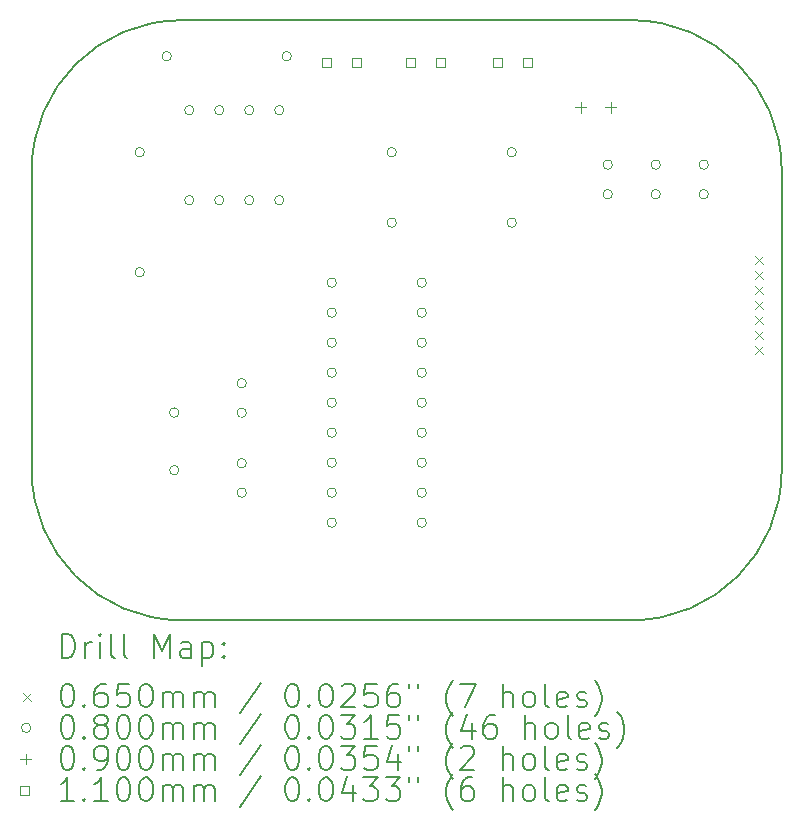
<source format=gbr>
%TF.GenerationSoftware,KiCad,Pcbnew,7.0.8*%
%TF.CreationDate,2023-10-19T16:09:35-04:00*%
%TF.ProjectId,CAN-Board-V1,43414e2d-426f-4617-9264-2d56312e6b69,rev?*%
%TF.SameCoordinates,Original*%
%TF.FileFunction,Drillmap*%
%TF.FilePolarity,Positive*%
%FSLAX45Y45*%
G04 Gerber Fmt 4.5, Leading zero omitted, Abs format (unit mm)*
G04 Created by KiCad (PCBNEW 7.0.8) date 2023-10-19 16:09:35*
%MOMM*%
%LPD*%
G01*
G04 APERTURE LIST*
%ADD10C,0.150000*%
%ADD11C,0.200000*%
%ADD12C,0.065000*%
%ADD13C,0.080000*%
%ADD14C,0.090000*%
%ADD15C,0.110000*%
G04 APERTURE END LIST*
D10*
X8890000Y-3810000D02*
X12700000Y-3810000D01*
X13970000Y-5080000D02*
X13970000Y-7620000D01*
X12700000Y-8890000D02*
X8890000Y-8890000D01*
X7620000Y-7620000D02*
X7620000Y-5080000D01*
X12700000Y-8890000D02*
G75*
G03*
X13970000Y-7620000I0J1270000D01*
G01*
X8890000Y-3810000D02*
G75*
G03*
X7620000Y-5080000I0J-1270000D01*
G01*
X13970000Y-5080000D02*
G75*
G03*
X12700000Y-3810000I-1270000J0D01*
G01*
X7620000Y-7620000D02*
G75*
G03*
X8890000Y-8890000I1270000J0D01*
G01*
D11*
D12*
X13747000Y-5809500D02*
X13812000Y-5874500D01*
X13812000Y-5809500D02*
X13747000Y-5874500D01*
X13747000Y-5936500D02*
X13812000Y-6001500D01*
X13812000Y-5936500D02*
X13747000Y-6001500D01*
X13747000Y-6063500D02*
X13812000Y-6128500D01*
X13812000Y-6063500D02*
X13747000Y-6128500D01*
X13747000Y-6190500D02*
X13812000Y-6255500D01*
X13812000Y-6190500D02*
X13747000Y-6255500D01*
X13747000Y-6317500D02*
X13812000Y-6382500D01*
X13812000Y-6317500D02*
X13747000Y-6382500D01*
X13747000Y-6444500D02*
X13812000Y-6509500D01*
X13812000Y-6444500D02*
X13747000Y-6509500D01*
X13747000Y-6571500D02*
X13812000Y-6636500D01*
X13812000Y-6571500D02*
X13747000Y-6636500D01*
D13*
X8574400Y-4927600D02*
G75*
G03*
X8574400Y-4927600I-40000J0D01*
G01*
X8574400Y-5943600D02*
G75*
G03*
X8574400Y-5943600I-40000J0D01*
G01*
X8803000Y-4114800D02*
G75*
G03*
X8803000Y-4114800I-40000J0D01*
G01*
X8866500Y-7132000D02*
G75*
G03*
X8866500Y-7132000I-40000J0D01*
G01*
X8866500Y-7620000D02*
G75*
G03*
X8866500Y-7620000I-40000J0D01*
G01*
X8993500Y-4572000D02*
G75*
G03*
X8993500Y-4572000I-40000J0D01*
G01*
X8993500Y-5334000D02*
G75*
G03*
X8993500Y-5334000I-40000J0D01*
G01*
X9247500Y-4572000D02*
G75*
G03*
X9247500Y-4572000I-40000J0D01*
G01*
X9247500Y-5334000D02*
G75*
G03*
X9247500Y-5334000I-40000J0D01*
G01*
X9438000Y-6883400D02*
G75*
G03*
X9438000Y-6883400I-40000J0D01*
G01*
X9438000Y-7133400D02*
G75*
G03*
X9438000Y-7133400I-40000J0D01*
G01*
X9438000Y-7560500D02*
G75*
G03*
X9438000Y-7560500I-40000J0D01*
G01*
X9438000Y-7810500D02*
G75*
G03*
X9438000Y-7810500I-40000J0D01*
G01*
X9501500Y-4572000D02*
G75*
G03*
X9501500Y-4572000I-40000J0D01*
G01*
X9501500Y-5334000D02*
G75*
G03*
X9501500Y-5334000I-40000J0D01*
G01*
X9755500Y-4572000D02*
G75*
G03*
X9755500Y-4572000I-40000J0D01*
G01*
X9755500Y-5334000D02*
G75*
G03*
X9755500Y-5334000I-40000J0D01*
G01*
X9819000Y-4114800D02*
G75*
G03*
X9819000Y-4114800I-40000J0D01*
G01*
X10200000Y-6032500D02*
G75*
G03*
X10200000Y-6032500I-40000J0D01*
G01*
X10200000Y-6286500D02*
G75*
G03*
X10200000Y-6286500I-40000J0D01*
G01*
X10200000Y-6540500D02*
G75*
G03*
X10200000Y-6540500I-40000J0D01*
G01*
X10200000Y-6794500D02*
G75*
G03*
X10200000Y-6794500I-40000J0D01*
G01*
X10200000Y-7048500D02*
G75*
G03*
X10200000Y-7048500I-40000J0D01*
G01*
X10200000Y-7302500D02*
G75*
G03*
X10200000Y-7302500I-40000J0D01*
G01*
X10200000Y-7556500D02*
G75*
G03*
X10200000Y-7556500I-40000J0D01*
G01*
X10200000Y-7810500D02*
G75*
G03*
X10200000Y-7810500I-40000J0D01*
G01*
X10200000Y-8064500D02*
G75*
G03*
X10200000Y-8064500I-40000J0D01*
G01*
X10708000Y-4927600D02*
G75*
G03*
X10708000Y-4927600I-40000J0D01*
G01*
X10708000Y-5524500D02*
G75*
G03*
X10708000Y-5524500I-40000J0D01*
G01*
X10962000Y-6032500D02*
G75*
G03*
X10962000Y-6032500I-40000J0D01*
G01*
X10962000Y-6286500D02*
G75*
G03*
X10962000Y-6286500I-40000J0D01*
G01*
X10962000Y-6540500D02*
G75*
G03*
X10962000Y-6540500I-40000J0D01*
G01*
X10962000Y-6794500D02*
G75*
G03*
X10962000Y-6794500I-40000J0D01*
G01*
X10962000Y-7048500D02*
G75*
G03*
X10962000Y-7048500I-40000J0D01*
G01*
X10962000Y-7302500D02*
G75*
G03*
X10962000Y-7302500I-40000J0D01*
G01*
X10962000Y-7556500D02*
G75*
G03*
X10962000Y-7556500I-40000J0D01*
G01*
X10962000Y-7810500D02*
G75*
G03*
X10962000Y-7810500I-40000J0D01*
G01*
X10962000Y-8064500D02*
G75*
G03*
X10962000Y-8064500I-40000J0D01*
G01*
X11724000Y-4927600D02*
G75*
G03*
X11724000Y-4927600I-40000J0D01*
G01*
X11724000Y-5524500D02*
G75*
G03*
X11724000Y-5524500I-40000J0D01*
G01*
X12536800Y-5033200D02*
G75*
G03*
X12536800Y-5033200I-40000J0D01*
G01*
X12536800Y-5283200D02*
G75*
G03*
X12536800Y-5283200I-40000J0D01*
G01*
X12943200Y-5033200D02*
G75*
G03*
X12943200Y-5033200I-40000J0D01*
G01*
X12943200Y-5283200D02*
G75*
G03*
X12943200Y-5283200I-40000J0D01*
G01*
X13349600Y-5033200D02*
G75*
G03*
X13349600Y-5033200I-40000J0D01*
G01*
X13349600Y-5283200D02*
G75*
G03*
X13349600Y-5283200I-40000J0D01*
G01*
D14*
X12268200Y-4501600D02*
X12268200Y-4591600D01*
X12223200Y-4546600D02*
X12313200Y-4546600D01*
X12522200Y-4501600D02*
X12522200Y-4591600D01*
X12477200Y-4546600D02*
X12567200Y-4546600D01*
D15*
X10153171Y-4204491D02*
X10153171Y-4126709D01*
X10075389Y-4126709D01*
X10075389Y-4204491D01*
X10153171Y-4204491D01*
X10407171Y-4204491D02*
X10407171Y-4126709D01*
X10329389Y-4126709D01*
X10329389Y-4204491D01*
X10407171Y-4204491D01*
X10864371Y-4204491D02*
X10864371Y-4126709D01*
X10786589Y-4126709D01*
X10786589Y-4204491D01*
X10864371Y-4204491D01*
X11118371Y-4204491D02*
X11118371Y-4126709D01*
X11040589Y-4126709D01*
X11040589Y-4204491D01*
X11118371Y-4204491D01*
X11600971Y-4204491D02*
X11600971Y-4126709D01*
X11523189Y-4126709D01*
X11523189Y-4204491D01*
X11600971Y-4204491D01*
X11854971Y-4204491D02*
X11854971Y-4126709D01*
X11777189Y-4126709D01*
X11777189Y-4204491D01*
X11854971Y-4204491D01*
D11*
X7873277Y-9208984D02*
X7873277Y-9008984D01*
X7873277Y-9008984D02*
X7920896Y-9008984D01*
X7920896Y-9008984D02*
X7949467Y-9018508D01*
X7949467Y-9018508D02*
X7968515Y-9037555D01*
X7968515Y-9037555D02*
X7978039Y-9056603D01*
X7978039Y-9056603D02*
X7987562Y-9094698D01*
X7987562Y-9094698D02*
X7987562Y-9123270D01*
X7987562Y-9123270D02*
X7978039Y-9161365D01*
X7978039Y-9161365D02*
X7968515Y-9180412D01*
X7968515Y-9180412D02*
X7949467Y-9199460D01*
X7949467Y-9199460D02*
X7920896Y-9208984D01*
X7920896Y-9208984D02*
X7873277Y-9208984D01*
X8073277Y-9208984D02*
X8073277Y-9075650D01*
X8073277Y-9113746D02*
X8082801Y-9094698D01*
X8082801Y-9094698D02*
X8092324Y-9085174D01*
X8092324Y-9085174D02*
X8111372Y-9075650D01*
X8111372Y-9075650D02*
X8130420Y-9075650D01*
X8197086Y-9208984D02*
X8197086Y-9075650D01*
X8197086Y-9008984D02*
X8187562Y-9018508D01*
X8187562Y-9018508D02*
X8197086Y-9028031D01*
X8197086Y-9028031D02*
X8206610Y-9018508D01*
X8206610Y-9018508D02*
X8197086Y-9008984D01*
X8197086Y-9008984D02*
X8197086Y-9028031D01*
X8320896Y-9208984D02*
X8301848Y-9199460D01*
X8301848Y-9199460D02*
X8292324Y-9180412D01*
X8292324Y-9180412D02*
X8292324Y-9008984D01*
X8425658Y-9208984D02*
X8406610Y-9199460D01*
X8406610Y-9199460D02*
X8397086Y-9180412D01*
X8397086Y-9180412D02*
X8397086Y-9008984D01*
X8654229Y-9208984D02*
X8654229Y-9008984D01*
X8654229Y-9008984D02*
X8720896Y-9151841D01*
X8720896Y-9151841D02*
X8787563Y-9008984D01*
X8787563Y-9008984D02*
X8787563Y-9208984D01*
X8968515Y-9208984D02*
X8968515Y-9104222D01*
X8968515Y-9104222D02*
X8958991Y-9085174D01*
X8958991Y-9085174D02*
X8939944Y-9075650D01*
X8939944Y-9075650D02*
X8901848Y-9075650D01*
X8901848Y-9075650D02*
X8882801Y-9085174D01*
X8968515Y-9199460D02*
X8949467Y-9208984D01*
X8949467Y-9208984D02*
X8901848Y-9208984D01*
X8901848Y-9208984D02*
X8882801Y-9199460D01*
X8882801Y-9199460D02*
X8873277Y-9180412D01*
X8873277Y-9180412D02*
X8873277Y-9161365D01*
X8873277Y-9161365D02*
X8882801Y-9142317D01*
X8882801Y-9142317D02*
X8901848Y-9132793D01*
X8901848Y-9132793D02*
X8949467Y-9132793D01*
X8949467Y-9132793D02*
X8968515Y-9123270D01*
X9063753Y-9075650D02*
X9063753Y-9275650D01*
X9063753Y-9085174D02*
X9082801Y-9075650D01*
X9082801Y-9075650D02*
X9120896Y-9075650D01*
X9120896Y-9075650D02*
X9139944Y-9085174D01*
X9139944Y-9085174D02*
X9149467Y-9094698D01*
X9149467Y-9094698D02*
X9158991Y-9113746D01*
X9158991Y-9113746D02*
X9158991Y-9170889D01*
X9158991Y-9170889D02*
X9149467Y-9189936D01*
X9149467Y-9189936D02*
X9139944Y-9199460D01*
X9139944Y-9199460D02*
X9120896Y-9208984D01*
X9120896Y-9208984D02*
X9082801Y-9208984D01*
X9082801Y-9208984D02*
X9063753Y-9199460D01*
X9244705Y-9189936D02*
X9254229Y-9199460D01*
X9254229Y-9199460D02*
X9244705Y-9208984D01*
X9244705Y-9208984D02*
X9235182Y-9199460D01*
X9235182Y-9199460D02*
X9244705Y-9189936D01*
X9244705Y-9189936D02*
X9244705Y-9208984D01*
X9244705Y-9085174D02*
X9254229Y-9094698D01*
X9254229Y-9094698D02*
X9244705Y-9104222D01*
X9244705Y-9104222D02*
X9235182Y-9094698D01*
X9235182Y-9094698D02*
X9244705Y-9085174D01*
X9244705Y-9085174D02*
X9244705Y-9104222D01*
D12*
X7547500Y-9505000D02*
X7612500Y-9570000D01*
X7612500Y-9505000D02*
X7547500Y-9570000D01*
D11*
X7911372Y-9428984D02*
X7930420Y-9428984D01*
X7930420Y-9428984D02*
X7949467Y-9438508D01*
X7949467Y-9438508D02*
X7958991Y-9448031D01*
X7958991Y-9448031D02*
X7968515Y-9467079D01*
X7968515Y-9467079D02*
X7978039Y-9505174D01*
X7978039Y-9505174D02*
X7978039Y-9552793D01*
X7978039Y-9552793D02*
X7968515Y-9590889D01*
X7968515Y-9590889D02*
X7958991Y-9609936D01*
X7958991Y-9609936D02*
X7949467Y-9619460D01*
X7949467Y-9619460D02*
X7930420Y-9628984D01*
X7930420Y-9628984D02*
X7911372Y-9628984D01*
X7911372Y-9628984D02*
X7892324Y-9619460D01*
X7892324Y-9619460D02*
X7882801Y-9609936D01*
X7882801Y-9609936D02*
X7873277Y-9590889D01*
X7873277Y-9590889D02*
X7863753Y-9552793D01*
X7863753Y-9552793D02*
X7863753Y-9505174D01*
X7863753Y-9505174D02*
X7873277Y-9467079D01*
X7873277Y-9467079D02*
X7882801Y-9448031D01*
X7882801Y-9448031D02*
X7892324Y-9438508D01*
X7892324Y-9438508D02*
X7911372Y-9428984D01*
X8063753Y-9609936D02*
X8073277Y-9619460D01*
X8073277Y-9619460D02*
X8063753Y-9628984D01*
X8063753Y-9628984D02*
X8054229Y-9619460D01*
X8054229Y-9619460D02*
X8063753Y-9609936D01*
X8063753Y-9609936D02*
X8063753Y-9628984D01*
X8244705Y-9428984D02*
X8206610Y-9428984D01*
X8206610Y-9428984D02*
X8187562Y-9438508D01*
X8187562Y-9438508D02*
X8178039Y-9448031D01*
X8178039Y-9448031D02*
X8158991Y-9476603D01*
X8158991Y-9476603D02*
X8149467Y-9514698D01*
X8149467Y-9514698D02*
X8149467Y-9590889D01*
X8149467Y-9590889D02*
X8158991Y-9609936D01*
X8158991Y-9609936D02*
X8168515Y-9619460D01*
X8168515Y-9619460D02*
X8187562Y-9628984D01*
X8187562Y-9628984D02*
X8225658Y-9628984D01*
X8225658Y-9628984D02*
X8244705Y-9619460D01*
X8244705Y-9619460D02*
X8254229Y-9609936D01*
X8254229Y-9609936D02*
X8263753Y-9590889D01*
X8263753Y-9590889D02*
X8263753Y-9543270D01*
X8263753Y-9543270D02*
X8254229Y-9524222D01*
X8254229Y-9524222D02*
X8244705Y-9514698D01*
X8244705Y-9514698D02*
X8225658Y-9505174D01*
X8225658Y-9505174D02*
X8187562Y-9505174D01*
X8187562Y-9505174D02*
X8168515Y-9514698D01*
X8168515Y-9514698D02*
X8158991Y-9524222D01*
X8158991Y-9524222D02*
X8149467Y-9543270D01*
X8444705Y-9428984D02*
X8349467Y-9428984D01*
X8349467Y-9428984D02*
X8339943Y-9524222D01*
X8339943Y-9524222D02*
X8349467Y-9514698D01*
X8349467Y-9514698D02*
X8368515Y-9505174D01*
X8368515Y-9505174D02*
X8416134Y-9505174D01*
X8416134Y-9505174D02*
X8435182Y-9514698D01*
X8435182Y-9514698D02*
X8444705Y-9524222D01*
X8444705Y-9524222D02*
X8454229Y-9543270D01*
X8454229Y-9543270D02*
X8454229Y-9590889D01*
X8454229Y-9590889D02*
X8444705Y-9609936D01*
X8444705Y-9609936D02*
X8435182Y-9619460D01*
X8435182Y-9619460D02*
X8416134Y-9628984D01*
X8416134Y-9628984D02*
X8368515Y-9628984D01*
X8368515Y-9628984D02*
X8349467Y-9619460D01*
X8349467Y-9619460D02*
X8339943Y-9609936D01*
X8578039Y-9428984D02*
X8597086Y-9428984D01*
X8597086Y-9428984D02*
X8616134Y-9438508D01*
X8616134Y-9438508D02*
X8625658Y-9448031D01*
X8625658Y-9448031D02*
X8635182Y-9467079D01*
X8635182Y-9467079D02*
X8644705Y-9505174D01*
X8644705Y-9505174D02*
X8644705Y-9552793D01*
X8644705Y-9552793D02*
X8635182Y-9590889D01*
X8635182Y-9590889D02*
X8625658Y-9609936D01*
X8625658Y-9609936D02*
X8616134Y-9619460D01*
X8616134Y-9619460D02*
X8597086Y-9628984D01*
X8597086Y-9628984D02*
X8578039Y-9628984D01*
X8578039Y-9628984D02*
X8558991Y-9619460D01*
X8558991Y-9619460D02*
X8549467Y-9609936D01*
X8549467Y-9609936D02*
X8539944Y-9590889D01*
X8539944Y-9590889D02*
X8530420Y-9552793D01*
X8530420Y-9552793D02*
X8530420Y-9505174D01*
X8530420Y-9505174D02*
X8539944Y-9467079D01*
X8539944Y-9467079D02*
X8549467Y-9448031D01*
X8549467Y-9448031D02*
X8558991Y-9438508D01*
X8558991Y-9438508D02*
X8578039Y-9428984D01*
X8730420Y-9628984D02*
X8730420Y-9495650D01*
X8730420Y-9514698D02*
X8739944Y-9505174D01*
X8739944Y-9505174D02*
X8758991Y-9495650D01*
X8758991Y-9495650D02*
X8787563Y-9495650D01*
X8787563Y-9495650D02*
X8806610Y-9505174D01*
X8806610Y-9505174D02*
X8816134Y-9524222D01*
X8816134Y-9524222D02*
X8816134Y-9628984D01*
X8816134Y-9524222D02*
X8825658Y-9505174D01*
X8825658Y-9505174D02*
X8844705Y-9495650D01*
X8844705Y-9495650D02*
X8873277Y-9495650D01*
X8873277Y-9495650D02*
X8892325Y-9505174D01*
X8892325Y-9505174D02*
X8901848Y-9524222D01*
X8901848Y-9524222D02*
X8901848Y-9628984D01*
X8997086Y-9628984D02*
X8997086Y-9495650D01*
X8997086Y-9514698D02*
X9006610Y-9505174D01*
X9006610Y-9505174D02*
X9025658Y-9495650D01*
X9025658Y-9495650D02*
X9054229Y-9495650D01*
X9054229Y-9495650D02*
X9073277Y-9505174D01*
X9073277Y-9505174D02*
X9082801Y-9524222D01*
X9082801Y-9524222D02*
X9082801Y-9628984D01*
X9082801Y-9524222D02*
X9092325Y-9505174D01*
X9092325Y-9505174D02*
X9111372Y-9495650D01*
X9111372Y-9495650D02*
X9139944Y-9495650D01*
X9139944Y-9495650D02*
X9158991Y-9505174D01*
X9158991Y-9505174D02*
X9168515Y-9524222D01*
X9168515Y-9524222D02*
X9168515Y-9628984D01*
X9558991Y-9419460D02*
X9387563Y-9676603D01*
X9816134Y-9428984D02*
X9835182Y-9428984D01*
X9835182Y-9428984D02*
X9854229Y-9438508D01*
X9854229Y-9438508D02*
X9863753Y-9448031D01*
X9863753Y-9448031D02*
X9873277Y-9467079D01*
X9873277Y-9467079D02*
X9882801Y-9505174D01*
X9882801Y-9505174D02*
X9882801Y-9552793D01*
X9882801Y-9552793D02*
X9873277Y-9590889D01*
X9873277Y-9590889D02*
X9863753Y-9609936D01*
X9863753Y-9609936D02*
X9854229Y-9619460D01*
X9854229Y-9619460D02*
X9835182Y-9628984D01*
X9835182Y-9628984D02*
X9816134Y-9628984D01*
X9816134Y-9628984D02*
X9797087Y-9619460D01*
X9797087Y-9619460D02*
X9787563Y-9609936D01*
X9787563Y-9609936D02*
X9778039Y-9590889D01*
X9778039Y-9590889D02*
X9768515Y-9552793D01*
X9768515Y-9552793D02*
X9768515Y-9505174D01*
X9768515Y-9505174D02*
X9778039Y-9467079D01*
X9778039Y-9467079D02*
X9787563Y-9448031D01*
X9787563Y-9448031D02*
X9797087Y-9438508D01*
X9797087Y-9438508D02*
X9816134Y-9428984D01*
X9968515Y-9609936D02*
X9978039Y-9619460D01*
X9978039Y-9619460D02*
X9968515Y-9628984D01*
X9968515Y-9628984D02*
X9958991Y-9619460D01*
X9958991Y-9619460D02*
X9968515Y-9609936D01*
X9968515Y-9609936D02*
X9968515Y-9628984D01*
X10101848Y-9428984D02*
X10120896Y-9428984D01*
X10120896Y-9428984D02*
X10139944Y-9438508D01*
X10139944Y-9438508D02*
X10149468Y-9448031D01*
X10149468Y-9448031D02*
X10158991Y-9467079D01*
X10158991Y-9467079D02*
X10168515Y-9505174D01*
X10168515Y-9505174D02*
X10168515Y-9552793D01*
X10168515Y-9552793D02*
X10158991Y-9590889D01*
X10158991Y-9590889D02*
X10149468Y-9609936D01*
X10149468Y-9609936D02*
X10139944Y-9619460D01*
X10139944Y-9619460D02*
X10120896Y-9628984D01*
X10120896Y-9628984D02*
X10101848Y-9628984D01*
X10101848Y-9628984D02*
X10082801Y-9619460D01*
X10082801Y-9619460D02*
X10073277Y-9609936D01*
X10073277Y-9609936D02*
X10063753Y-9590889D01*
X10063753Y-9590889D02*
X10054229Y-9552793D01*
X10054229Y-9552793D02*
X10054229Y-9505174D01*
X10054229Y-9505174D02*
X10063753Y-9467079D01*
X10063753Y-9467079D02*
X10073277Y-9448031D01*
X10073277Y-9448031D02*
X10082801Y-9438508D01*
X10082801Y-9438508D02*
X10101848Y-9428984D01*
X10244706Y-9448031D02*
X10254229Y-9438508D01*
X10254229Y-9438508D02*
X10273277Y-9428984D01*
X10273277Y-9428984D02*
X10320896Y-9428984D01*
X10320896Y-9428984D02*
X10339944Y-9438508D01*
X10339944Y-9438508D02*
X10349468Y-9448031D01*
X10349468Y-9448031D02*
X10358991Y-9467079D01*
X10358991Y-9467079D02*
X10358991Y-9486127D01*
X10358991Y-9486127D02*
X10349468Y-9514698D01*
X10349468Y-9514698D02*
X10235182Y-9628984D01*
X10235182Y-9628984D02*
X10358991Y-9628984D01*
X10539944Y-9428984D02*
X10444706Y-9428984D01*
X10444706Y-9428984D02*
X10435182Y-9524222D01*
X10435182Y-9524222D02*
X10444706Y-9514698D01*
X10444706Y-9514698D02*
X10463753Y-9505174D01*
X10463753Y-9505174D02*
X10511372Y-9505174D01*
X10511372Y-9505174D02*
X10530420Y-9514698D01*
X10530420Y-9514698D02*
X10539944Y-9524222D01*
X10539944Y-9524222D02*
X10549468Y-9543270D01*
X10549468Y-9543270D02*
X10549468Y-9590889D01*
X10549468Y-9590889D02*
X10539944Y-9609936D01*
X10539944Y-9609936D02*
X10530420Y-9619460D01*
X10530420Y-9619460D02*
X10511372Y-9628984D01*
X10511372Y-9628984D02*
X10463753Y-9628984D01*
X10463753Y-9628984D02*
X10444706Y-9619460D01*
X10444706Y-9619460D02*
X10435182Y-9609936D01*
X10720896Y-9428984D02*
X10682801Y-9428984D01*
X10682801Y-9428984D02*
X10663753Y-9438508D01*
X10663753Y-9438508D02*
X10654229Y-9448031D01*
X10654229Y-9448031D02*
X10635182Y-9476603D01*
X10635182Y-9476603D02*
X10625658Y-9514698D01*
X10625658Y-9514698D02*
X10625658Y-9590889D01*
X10625658Y-9590889D02*
X10635182Y-9609936D01*
X10635182Y-9609936D02*
X10644706Y-9619460D01*
X10644706Y-9619460D02*
X10663753Y-9628984D01*
X10663753Y-9628984D02*
X10701849Y-9628984D01*
X10701849Y-9628984D02*
X10720896Y-9619460D01*
X10720896Y-9619460D02*
X10730420Y-9609936D01*
X10730420Y-9609936D02*
X10739944Y-9590889D01*
X10739944Y-9590889D02*
X10739944Y-9543270D01*
X10739944Y-9543270D02*
X10730420Y-9524222D01*
X10730420Y-9524222D02*
X10720896Y-9514698D01*
X10720896Y-9514698D02*
X10701849Y-9505174D01*
X10701849Y-9505174D02*
X10663753Y-9505174D01*
X10663753Y-9505174D02*
X10644706Y-9514698D01*
X10644706Y-9514698D02*
X10635182Y-9524222D01*
X10635182Y-9524222D02*
X10625658Y-9543270D01*
X10816134Y-9428984D02*
X10816134Y-9467079D01*
X10892325Y-9428984D02*
X10892325Y-9467079D01*
X11187563Y-9705174D02*
X11178039Y-9695650D01*
X11178039Y-9695650D02*
X11158991Y-9667079D01*
X11158991Y-9667079D02*
X11149468Y-9648031D01*
X11149468Y-9648031D02*
X11139944Y-9619460D01*
X11139944Y-9619460D02*
X11130420Y-9571841D01*
X11130420Y-9571841D02*
X11130420Y-9533746D01*
X11130420Y-9533746D02*
X11139944Y-9486127D01*
X11139944Y-9486127D02*
X11149468Y-9457555D01*
X11149468Y-9457555D02*
X11158991Y-9438508D01*
X11158991Y-9438508D02*
X11178039Y-9409936D01*
X11178039Y-9409936D02*
X11187563Y-9400412D01*
X11244706Y-9428984D02*
X11378039Y-9428984D01*
X11378039Y-9428984D02*
X11292325Y-9628984D01*
X11606610Y-9628984D02*
X11606610Y-9428984D01*
X11692325Y-9628984D02*
X11692325Y-9524222D01*
X11692325Y-9524222D02*
X11682801Y-9505174D01*
X11682801Y-9505174D02*
X11663753Y-9495650D01*
X11663753Y-9495650D02*
X11635182Y-9495650D01*
X11635182Y-9495650D02*
X11616134Y-9505174D01*
X11616134Y-9505174D02*
X11606610Y-9514698D01*
X11816134Y-9628984D02*
X11797087Y-9619460D01*
X11797087Y-9619460D02*
X11787563Y-9609936D01*
X11787563Y-9609936D02*
X11778039Y-9590889D01*
X11778039Y-9590889D02*
X11778039Y-9533746D01*
X11778039Y-9533746D02*
X11787563Y-9514698D01*
X11787563Y-9514698D02*
X11797087Y-9505174D01*
X11797087Y-9505174D02*
X11816134Y-9495650D01*
X11816134Y-9495650D02*
X11844706Y-9495650D01*
X11844706Y-9495650D02*
X11863753Y-9505174D01*
X11863753Y-9505174D02*
X11873277Y-9514698D01*
X11873277Y-9514698D02*
X11882801Y-9533746D01*
X11882801Y-9533746D02*
X11882801Y-9590889D01*
X11882801Y-9590889D02*
X11873277Y-9609936D01*
X11873277Y-9609936D02*
X11863753Y-9619460D01*
X11863753Y-9619460D02*
X11844706Y-9628984D01*
X11844706Y-9628984D02*
X11816134Y-9628984D01*
X11997087Y-9628984D02*
X11978039Y-9619460D01*
X11978039Y-9619460D02*
X11968515Y-9600412D01*
X11968515Y-9600412D02*
X11968515Y-9428984D01*
X12149468Y-9619460D02*
X12130420Y-9628984D01*
X12130420Y-9628984D02*
X12092325Y-9628984D01*
X12092325Y-9628984D02*
X12073277Y-9619460D01*
X12073277Y-9619460D02*
X12063753Y-9600412D01*
X12063753Y-9600412D02*
X12063753Y-9524222D01*
X12063753Y-9524222D02*
X12073277Y-9505174D01*
X12073277Y-9505174D02*
X12092325Y-9495650D01*
X12092325Y-9495650D02*
X12130420Y-9495650D01*
X12130420Y-9495650D02*
X12149468Y-9505174D01*
X12149468Y-9505174D02*
X12158991Y-9524222D01*
X12158991Y-9524222D02*
X12158991Y-9543270D01*
X12158991Y-9543270D02*
X12063753Y-9562317D01*
X12235182Y-9619460D02*
X12254230Y-9628984D01*
X12254230Y-9628984D02*
X12292325Y-9628984D01*
X12292325Y-9628984D02*
X12311372Y-9619460D01*
X12311372Y-9619460D02*
X12320896Y-9600412D01*
X12320896Y-9600412D02*
X12320896Y-9590889D01*
X12320896Y-9590889D02*
X12311372Y-9571841D01*
X12311372Y-9571841D02*
X12292325Y-9562317D01*
X12292325Y-9562317D02*
X12263753Y-9562317D01*
X12263753Y-9562317D02*
X12244706Y-9552793D01*
X12244706Y-9552793D02*
X12235182Y-9533746D01*
X12235182Y-9533746D02*
X12235182Y-9524222D01*
X12235182Y-9524222D02*
X12244706Y-9505174D01*
X12244706Y-9505174D02*
X12263753Y-9495650D01*
X12263753Y-9495650D02*
X12292325Y-9495650D01*
X12292325Y-9495650D02*
X12311372Y-9505174D01*
X12387563Y-9705174D02*
X12397087Y-9695650D01*
X12397087Y-9695650D02*
X12416134Y-9667079D01*
X12416134Y-9667079D02*
X12425658Y-9648031D01*
X12425658Y-9648031D02*
X12435182Y-9619460D01*
X12435182Y-9619460D02*
X12444706Y-9571841D01*
X12444706Y-9571841D02*
X12444706Y-9533746D01*
X12444706Y-9533746D02*
X12435182Y-9486127D01*
X12435182Y-9486127D02*
X12425658Y-9457555D01*
X12425658Y-9457555D02*
X12416134Y-9438508D01*
X12416134Y-9438508D02*
X12397087Y-9409936D01*
X12397087Y-9409936D02*
X12387563Y-9400412D01*
D13*
X7612500Y-9801500D02*
G75*
G03*
X7612500Y-9801500I-40000J0D01*
G01*
D11*
X7911372Y-9692984D02*
X7930420Y-9692984D01*
X7930420Y-9692984D02*
X7949467Y-9702508D01*
X7949467Y-9702508D02*
X7958991Y-9712031D01*
X7958991Y-9712031D02*
X7968515Y-9731079D01*
X7968515Y-9731079D02*
X7978039Y-9769174D01*
X7978039Y-9769174D02*
X7978039Y-9816793D01*
X7978039Y-9816793D02*
X7968515Y-9854889D01*
X7968515Y-9854889D02*
X7958991Y-9873936D01*
X7958991Y-9873936D02*
X7949467Y-9883460D01*
X7949467Y-9883460D02*
X7930420Y-9892984D01*
X7930420Y-9892984D02*
X7911372Y-9892984D01*
X7911372Y-9892984D02*
X7892324Y-9883460D01*
X7892324Y-9883460D02*
X7882801Y-9873936D01*
X7882801Y-9873936D02*
X7873277Y-9854889D01*
X7873277Y-9854889D02*
X7863753Y-9816793D01*
X7863753Y-9816793D02*
X7863753Y-9769174D01*
X7863753Y-9769174D02*
X7873277Y-9731079D01*
X7873277Y-9731079D02*
X7882801Y-9712031D01*
X7882801Y-9712031D02*
X7892324Y-9702508D01*
X7892324Y-9702508D02*
X7911372Y-9692984D01*
X8063753Y-9873936D02*
X8073277Y-9883460D01*
X8073277Y-9883460D02*
X8063753Y-9892984D01*
X8063753Y-9892984D02*
X8054229Y-9883460D01*
X8054229Y-9883460D02*
X8063753Y-9873936D01*
X8063753Y-9873936D02*
X8063753Y-9892984D01*
X8187562Y-9778698D02*
X8168515Y-9769174D01*
X8168515Y-9769174D02*
X8158991Y-9759650D01*
X8158991Y-9759650D02*
X8149467Y-9740603D01*
X8149467Y-9740603D02*
X8149467Y-9731079D01*
X8149467Y-9731079D02*
X8158991Y-9712031D01*
X8158991Y-9712031D02*
X8168515Y-9702508D01*
X8168515Y-9702508D02*
X8187562Y-9692984D01*
X8187562Y-9692984D02*
X8225658Y-9692984D01*
X8225658Y-9692984D02*
X8244705Y-9702508D01*
X8244705Y-9702508D02*
X8254229Y-9712031D01*
X8254229Y-9712031D02*
X8263753Y-9731079D01*
X8263753Y-9731079D02*
X8263753Y-9740603D01*
X8263753Y-9740603D02*
X8254229Y-9759650D01*
X8254229Y-9759650D02*
X8244705Y-9769174D01*
X8244705Y-9769174D02*
X8225658Y-9778698D01*
X8225658Y-9778698D02*
X8187562Y-9778698D01*
X8187562Y-9778698D02*
X8168515Y-9788222D01*
X8168515Y-9788222D02*
X8158991Y-9797746D01*
X8158991Y-9797746D02*
X8149467Y-9816793D01*
X8149467Y-9816793D02*
X8149467Y-9854889D01*
X8149467Y-9854889D02*
X8158991Y-9873936D01*
X8158991Y-9873936D02*
X8168515Y-9883460D01*
X8168515Y-9883460D02*
X8187562Y-9892984D01*
X8187562Y-9892984D02*
X8225658Y-9892984D01*
X8225658Y-9892984D02*
X8244705Y-9883460D01*
X8244705Y-9883460D02*
X8254229Y-9873936D01*
X8254229Y-9873936D02*
X8263753Y-9854889D01*
X8263753Y-9854889D02*
X8263753Y-9816793D01*
X8263753Y-9816793D02*
X8254229Y-9797746D01*
X8254229Y-9797746D02*
X8244705Y-9788222D01*
X8244705Y-9788222D02*
X8225658Y-9778698D01*
X8387562Y-9692984D02*
X8406610Y-9692984D01*
X8406610Y-9692984D02*
X8425658Y-9702508D01*
X8425658Y-9702508D02*
X8435182Y-9712031D01*
X8435182Y-9712031D02*
X8444705Y-9731079D01*
X8444705Y-9731079D02*
X8454229Y-9769174D01*
X8454229Y-9769174D02*
X8454229Y-9816793D01*
X8454229Y-9816793D02*
X8444705Y-9854889D01*
X8444705Y-9854889D02*
X8435182Y-9873936D01*
X8435182Y-9873936D02*
X8425658Y-9883460D01*
X8425658Y-9883460D02*
X8406610Y-9892984D01*
X8406610Y-9892984D02*
X8387562Y-9892984D01*
X8387562Y-9892984D02*
X8368515Y-9883460D01*
X8368515Y-9883460D02*
X8358991Y-9873936D01*
X8358991Y-9873936D02*
X8349467Y-9854889D01*
X8349467Y-9854889D02*
X8339943Y-9816793D01*
X8339943Y-9816793D02*
X8339943Y-9769174D01*
X8339943Y-9769174D02*
X8349467Y-9731079D01*
X8349467Y-9731079D02*
X8358991Y-9712031D01*
X8358991Y-9712031D02*
X8368515Y-9702508D01*
X8368515Y-9702508D02*
X8387562Y-9692984D01*
X8578039Y-9692984D02*
X8597086Y-9692984D01*
X8597086Y-9692984D02*
X8616134Y-9702508D01*
X8616134Y-9702508D02*
X8625658Y-9712031D01*
X8625658Y-9712031D02*
X8635182Y-9731079D01*
X8635182Y-9731079D02*
X8644705Y-9769174D01*
X8644705Y-9769174D02*
X8644705Y-9816793D01*
X8644705Y-9816793D02*
X8635182Y-9854889D01*
X8635182Y-9854889D02*
X8625658Y-9873936D01*
X8625658Y-9873936D02*
X8616134Y-9883460D01*
X8616134Y-9883460D02*
X8597086Y-9892984D01*
X8597086Y-9892984D02*
X8578039Y-9892984D01*
X8578039Y-9892984D02*
X8558991Y-9883460D01*
X8558991Y-9883460D02*
X8549467Y-9873936D01*
X8549467Y-9873936D02*
X8539944Y-9854889D01*
X8539944Y-9854889D02*
X8530420Y-9816793D01*
X8530420Y-9816793D02*
X8530420Y-9769174D01*
X8530420Y-9769174D02*
X8539944Y-9731079D01*
X8539944Y-9731079D02*
X8549467Y-9712031D01*
X8549467Y-9712031D02*
X8558991Y-9702508D01*
X8558991Y-9702508D02*
X8578039Y-9692984D01*
X8730420Y-9892984D02*
X8730420Y-9759650D01*
X8730420Y-9778698D02*
X8739944Y-9769174D01*
X8739944Y-9769174D02*
X8758991Y-9759650D01*
X8758991Y-9759650D02*
X8787563Y-9759650D01*
X8787563Y-9759650D02*
X8806610Y-9769174D01*
X8806610Y-9769174D02*
X8816134Y-9788222D01*
X8816134Y-9788222D02*
X8816134Y-9892984D01*
X8816134Y-9788222D02*
X8825658Y-9769174D01*
X8825658Y-9769174D02*
X8844705Y-9759650D01*
X8844705Y-9759650D02*
X8873277Y-9759650D01*
X8873277Y-9759650D02*
X8892325Y-9769174D01*
X8892325Y-9769174D02*
X8901848Y-9788222D01*
X8901848Y-9788222D02*
X8901848Y-9892984D01*
X8997086Y-9892984D02*
X8997086Y-9759650D01*
X8997086Y-9778698D02*
X9006610Y-9769174D01*
X9006610Y-9769174D02*
X9025658Y-9759650D01*
X9025658Y-9759650D02*
X9054229Y-9759650D01*
X9054229Y-9759650D02*
X9073277Y-9769174D01*
X9073277Y-9769174D02*
X9082801Y-9788222D01*
X9082801Y-9788222D02*
X9082801Y-9892984D01*
X9082801Y-9788222D02*
X9092325Y-9769174D01*
X9092325Y-9769174D02*
X9111372Y-9759650D01*
X9111372Y-9759650D02*
X9139944Y-9759650D01*
X9139944Y-9759650D02*
X9158991Y-9769174D01*
X9158991Y-9769174D02*
X9168515Y-9788222D01*
X9168515Y-9788222D02*
X9168515Y-9892984D01*
X9558991Y-9683460D02*
X9387563Y-9940603D01*
X9816134Y-9692984D02*
X9835182Y-9692984D01*
X9835182Y-9692984D02*
X9854229Y-9702508D01*
X9854229Y-9702508D02*
X9863753Y-9712031D01*
X9863753Y-9712031D02*
X9873277Y-9731079D01*
X9873277Y-9731079D02*
X9882801Y-9769174D01*
X9882801Y-9769174D02*
X9882801Y-9816793D01*
X9882801Y-9816793D02*
X9873277Y-9854889D01*
X9873277Y-9854889D02*
X9863753Y-9873936D01*
X9863753Y-9873936D02*
X9854229Y-9883460D01*
X9854229Y-9883460D02*
X9835182Y-9892984D01*
X9835182Y-9892984D02*
X9816134Y-9892984D01*
X9816134Y-9892984D02*
X9797087Y-9883460D01*
X9797087Y-9883460D02*
X9787563Y-9873936D01*
X9787563Y-9873936D02*
X9778039Y-9854889D01*
X9778039Y-9854889D02*
X9768515Y-9816793D01*
X9768515Y-9816793D02*
X9768515Y-9769174D01*
X9768515Y-9769174D02*
X9778039Y-9731079D01*
X9778039Y-9731079D02*
X9787563Y-9712031D01*
X9787563Y-9712031D02*
X9797087Y-9702508D01*
X9797087Y-9702508D02*
X9816134Y-9692984D01*
X9968515Y-9873936D02*
X9978039Y-9883460D01*
X9978039Y-9883460D02*
X9968515Y-9892984D01*
X9968515Y-9892984D02*
X9958991Y-9883460D01*
X9958991Y-9883460D02*
X9968515Y-9873936D01*
X9968515Y-9873936D02*
X9968515Y-9892984D01*
X10101848Y-9692984D02*
X10120896Y-9692984D01*
X10120896Y-9692984D02*
X10139944Y-9702508D01*
X10139944Y-9702508D02*
X10149468Y-9712031D01*
X10149468Y-9712031D02*
X10158991Y-9731079D01*
X10158991Y-9731079D02*
X10168515Y-9769174D01*
X10168515Y-9769174D02*
X10168515Y-9816793D01*
X10168515Y-9816793D02*
X10158991Y-9854889D01*
X10158991Y-9854889D02*
X10149468Y-9873936D01*
X10149468Y-9873936D02*
X10139944Y-9883460D01*
X10139944Y-9883460D02*
X10120896Y-9892984D01*
X10120896Y-9892984D02*
X10101848Y-9892984D01*
X10101848Y-9892984D02*
X10082801Y-9883460D01*
X10082801Y-9883460D02*
X10073277Y-9873936D01*
X10073277Y-9873936D02*
X10063753Y-9854889D01*
X10063753Y-9854889D02*
X10054229Y-9816793D01*
X10054229Y-9816793D02*
X10054229Y-9769174D01*
X10054229Y-9769174D02*
X10063753Y-9731079D01*
X10063753Y-9731079D02*
X10073277Y-9712031D01*
X10073277Y-9712031D02*
X10082801Y-9702508D01*
X10082801Y-9702508D02*
X10101848Y-9692984D01*
X10235182Y-9692984D02*
X10358991Y-9692984D01*
X10358991Y-9692984D02*
X10292325Y-9769174D01*
X10292325Y-9769174D02*
X10320896Y-9769174D01*
X10320896Y-9769174D02*
X10339944Y-9778698D01*
X10339944Y-9778698D02*
X10349468Y-9788222D01*
X10349468Y-9788222D02*
X10358991Y-9807270D01*
X10358991Y-9807270D02*
X10358991Y-9854889D01*
X10358991Y-9854889D02*
X10349468Y-9873936D01*
X10349468Y-9873936D02*
X10339944Y-9883460D01*
X10339944Y-9883460D02*
X10320896Y-9892984D01*
X10320896Y-9892984D02*
X10263753Y-9892984D01*
X10263753Y-9892984D02*
X10244706Y-9883460D01*
X10244706Y-9883460D02*
X10235182Y-9873936D01*
X10549468Y-9892984D02*
X10435182Y-9892984D01*
X10492325Y-9892984D02*
X10492325Y-9692984D01*
X10492325Y-9692984D02*
X10473277Y-9721555D01*
X10473277Y-9721555D02*
X10454229Y-9740603D01*
X10454229Y-9740603D02*
X10435182Y-9750127D01*
X10730420Y-9692984D02*
X10635182Y-9692984D01*
X10635182Y-9692984D02*
X10625658Y-9788222D01*
X10625658Y-9788222D02*
X10635182Y-9778698D01*
X10635182Y-9778698D02*
X10654229Y-9769174D01*
X10654229Y-9769174D02*
X10701849Y-9769174D01*
X10701849Y-9769174D02*
X10720896Y-9778698D01*
X10720896Y-9778698D02*
X10730420Y-9788222D01*
X10730420Y-9788222D02*
X10739944Y-9807270D01*
X10739944Y-9807270D02*
X10739944Y-9854889D01*
X10739944Y-9854889D02*
X10730420Y-9873936D01*
X10730420Y-9873936D02*
X10720896Y-9883460D01*
X10720896Y-9883460D02*
X10701849Y-9892984D01*
X10701849Y-9892984D02*
X10654229Y-9892984D01*
X10654229Y-9892984D02*
X10635182Y-9883460D01*
X10635182Y-9883460D02*
X10625658Y-9873936D01*
X10816134Y-9692984D02*
X10816134Y-9731079D01*
X10892325Y-9692984D02*
X10892325Y-9731079D01*
X11187563Y-9969174D02*
X11178039Y-9959650D01*
X11178039Y-9959650D02*
X11158991Y-9931079D01*
X11158991Y-9931079D02*
X11149468Y-9912031D01*
X11149468Y-9912031D02*
X11139944Y-9883460D01*
X11139944Y-9883460D02*
X11130420Y-9835841D01*
X11130420Y-9835841D02*
X11130420Y-9797746D01*
X11130420Y-9797746D02*
X11139944Y-9750127D01*
X11139944Y-9750127D02*
X11149468Y-9721555D01*
X11149468Y-9721555D02*
X11158991Y-9702508D01*
X11158991Y-9702508D02*
X11178039Y-9673936D01*
X11178039Y-9673936D02*
X11187563Y-9664412D01*
X11349468Y-9759650D02*
X11349468Y-9892984D01*
X11301848Y-9683460D02*
X11254229Y-9826317D01*
X11254229Y-9826317D02*
X11378039Y-9826317D01*
X11539944Y-9692984D02*
X11501848Y-9692984D01*
X11501848Y-9692984D02*
X11482801Y-9702508D01*
X11482801Y-9702508D02*
X11473277Y-9712031D01*
X11473277Y-9712031D02*
X11454229Y-9740603D01*
X11454229Y-9740603D02*
X11444706Y-9778698D01*
X11444706Y-9778698D02*
X11444706Y-9854889D01*
X11444706Y-9854889D02*
X11454229Y-9873936D01*
X11454229Y-9873936D02*
X11463753Y-9883460D01*
X11463753Y-9883460D02*
X11482801Y-9892984D01*
X11482801Y-9892984D02*
X11520896Y-9892984D01*
X11520896Y-9892984D02*
X11539944Y-9883460D01*
X11539944Y-9883460D02*
X11549468Y-9873936D01*
X11549468Y-9873936D02*
X11558991Y-9854889D01*
X11558991Y-9854889D02*
X11558991Y-9807270D01*
X11558991Y-9807270D02*
X11549468Y-9788222D01*
X11549468Y-9788222D02*
X11539944Y-9778698D01*
X11539944Y-9778698D02*
X11520896Y-9769174D01*
X11520896Y-9769174D02*
X11482801Y-9769174D01*
X11482801Y-9769174D02*
X11463753Y-9778698D01*
X11463753Y-9778698D02*
X11454229Y-9788222D01*
X11454229Y-9788222D02*
X11444706Y-9807270D01*
X11797087Y-9892984D02*
X11797087Y-9692984D01*
X11882801Y-9892984D02*
X11882801Y-9788222D01*
X11882801Y-9788222D02*
X11873277Y-9769174D01*
X11873277Y-9769174D02*
X11854230Y-9759650D01*
X11854230Y-9759650D02*
X11825658Y-9759650D01*
X11825658Y-9759650D02*
X11806610Y-9769174D01*
X11806610Y-9769174D02*
X11797087Y-9778698D01*
X12006610Y-9892984D02*
X11987563Y-9883460D01*
X11987563Y-9883460D02*
X11978039Y-9873936D01*
X11978039Y-9873936D02*
X11968515Y-9854889D01*
X11968515Y-9854889D02*
X11968515Y-9797746D01*
X11968515Y-9797746D02*
X11978039Y-9778698D01*
X11978039Y-9778698D02*
X11987563Y-9769174D01*
X11987563Y-9769174D02*
X12006610Y-9759650D01*
X12006610Y-9759650D02*
X12035182Y-9759650D01*
X12035182Y-9759650D02*
X12054230Y-9769174D01*
X12054230Y-9769174D02*
X12063753Y-9778698D01*
X12063753Y-9778698D02*
X12073277Y-9797746D01*
X12073277Y-9797746D02*
X12073277Y-9854889D01*
X12073277Y-9854889D02*
X12063753Y-9873936D01*
X12063753Y-9873936D02*
X12054230Y-9883460D01*
X12054230Y-9883460D02*
X12035182Y-9892984D01*
X12035182Y-9892984D02*
X12006610Y-9892984D01*
X12187563Y-9892984D02*
X12168515Y-9883460D01*
X12168515Y-9883460D02*
X12158991Y-9864412D01*
X12158991Y-9864412D02*
X12158991Y-9692984D01*
X12339944Y-9883460D02*
X12320896Y-9892984D01*
X12320896Y-9892984D02*
X12282801Y-9892984D01*
X12282801Y-9892984D02*
X12263753Y-9883460D01*
X12263753Y-9883460D02*
X12254230Y-9864412D01*
X12254230Y-9864412D02*
X12254230Y-9788222D01*
X12254230Y-9788222D02*
X12263753Y-9769174D01*
X12263753Y-9769174D02*
X12282801Y-9759650D01*
X12282801Y-9759650D02*
X12320896Y-9759650D01*
X12320896Y-9759650D02*
X12339944Y-9769174D01*
X12339944Y-9769174D02*
X12349468Y-9788222D01*
X12349468Y-9788222D02*
X12349468Y-9807270D01*
X12349468Y-9807270D02*
X12254230Y-9826317D01*
X12425658Y-9883460D02*
X12444706Y-9892984D01*
X12444706Y-9892984D02*
X12482801Y-9892984D01*
X12482801Y-9892984D02*
X12501849Y-9883460D01*
X12501849Y-9883460D02*
X12511372Y-9864412D01*
X12511372Y-9864412D02*
X12511372Y-9854889D01*
X12511372Y-9854889D02*
X12501849Y-9835841D01*
X12501849Y-9835841D02*
X12482801Y-9826317D01*
X12482801Y-9826317D02*
X12454230Y-9826317D01*
X12454230Y-9826317D02*
X12435182Y-9816793D01*
X12435182Y-9816793D02*
X12425658Y-9797746D01*
X12425658Y-9797746D02*
X12425658Y-9788222D01*
X12425658Y-9788222D02*
X12435182Y-9769174D01*
X12435182Y-9769174D02*
X12454230Y-9759650D01*
X12454230Y-9759650D02*
X12482801Y-9759650D01*
X12482801Y-9759650D02*
X12501849Y-9769174D01*
X12578039Y-9969174D02*
X12587563Y-9959650D01*
X12587563Y-9959650D02*
X12606611Y-9931079D01*
X12606611Y-9931079D02*
X12616134Y-9912031D01*
X12616134Y-9912031D02*
X12625658Y-9883460D01*
X12625658Y-9883460D02*
X12635182Y-9835841D01*
X12635182Y-9835841D02*
X12635182Y-9797746D01*
X12635182Y-9797746D02*
X12625658Y-9750127D01*
X12625658Y-9750127D02*
X12616134Y-9721555D01*
X12616134Y-9721555D02*
X12606611Y-9702508D01*
X12606611Y-9702508D02*
X12587563Y-9673936D01*
X12587563Y-9673936D02*
X12578039Y-9664412D01*
D14*
X7567500Y-10020500D02*
X7567500Y-10110500D01*
X7522500Y-10065500D02*
X7612500Y-10065500D01*
D11*
X7911372Y-9956984D02*
X7930420Y-9956984D01*
X7930420Y-9956984D02*
X7949467Y-9966508D01*
X7949467Y-9966508D02*
X7958991Y-9976031D01*
X7958991Y-9976031D02*
X7968515Y-9995079D01*
X7968515Y-9995079D02*
X7978039Y-10033174D01*
X7978039Y-10033174D02*
X7978039Y-10080793D01*
X7978039Y-10080793D02*
X7968515Y-10118889D01*
X7968515Y-10118889D02*
X7958991Y-10137936D01*
X7958991Y-10137936D02*
X7949467Y-10147460D01*
X7949467Y-10147460D02*
X7930420Y-10156984D01*
X7930420Y-10156984D02*
X7911372Y-10156984D01*
X7911372Y-10156984D02*
X7892324Y-10147460D01*
X7892324Y-10147460D02*
X7882801Y-10137936D01*
X7882801Y-10137936D02*
X7873277Y-10118889D01*
X7873277Y-10118889D02*
X7863753Y-10080793D01*
X7863753Y-10080793D02*
X7863753Y-10033174D01*
X7863753Y-10033174D02*
X7873277Y-9995079D01*
X7873277Y-9995079D02*
X7882801Y-9976031D01*
X7882801Y-9976031D02*
X7892324Y-9966508D01*
X7892324Y-9966508D02*
X7911372Y-9956984D01*
X8063753Y-10137936D02*
X8073277Y-10147460D01*
X8073277Y-10147460D02*
X8063753Y-10156984D01*
X8063753Y-10156984D02*
X8054229Y-10147460D01*
X8054229Y-10147460D02*
X8063753Y-10137936D01*
X8063753Y-10137936D02*
X8063753Y-10156984D01*
X8168515Y-10156984D02*
X8206610Y-10156984D01*
X8206610Y-10156984D02*
X8225658Y-10147460D01*
X8225658Y-10147460D02*
X8235182Y-10137936D01*
X8235182Y-10137936D02*
X8254229Y-10109365D01*
X8254229Y-10109365D02*
X8263753Y-10071270D01*
X8263753Y-10071270D02*
X8263753Y-9995079D01*
X8263753Y-9995079D02*
X8254229Y-9976031D01*
X8254229Y-9976031D02*
X8244705Y-9966508D01*
X8244705Y-9966508D02*
X8225658Y-9956984D01*
X8225658Y-9956984D02*
X8187562Y-9956984D01*
X8187562Y-9956984D02*
X8168515Y-9966508D01*
X8168515Y-9966508D02*
X8158991Y-9976031D01*
X8158991Y-9976031D02*
X8149467Y-9995079D01*
X8149467Y-9995079D02*
X8149467Y-10042698D01*
X8149467Y-10042698D02*
X8158991Y-10061746D01*
X8158991Y-10061746D02*
X8168515Y-10071270D01*
X8168515Y-10071270D02*
X8187562Y-10080793D01*
X8187562Y-10080793D02*
X8225658Y-10080793D01*
X8225658Y-10080793D02*
X8244705Y-10071270D01*
X8244705Y-10071270D02*
X8254229Y-10061746D01*
X8254229Y-10061746D02*
X8263753Y-10042698D01*
X8387562Y-9956984D02*
X8406610Y-9956984D01*
X8406610Y-9956984D02*
X8425658Y-9966508D01*
X8425658Y-9966508D02*
X8435182Y-9976031D01*
X8435182Y-9976031D02*
X8444705Y-9995079D01*
X8444705Y-9995079D02*
X8454229Y-10033174D01*
X8454229Y-10033174D02*
X8454229Y-10080793D01*
X8454229Y-10080793D02*
X8444705Y-10118889D01*
X8444705Y-10118889D02*
X8435182Y-10137936D01*
X8435182Y-10137936D02*
X8425658Y-10147460D01*
X8425658Y-10147460D02*
X8406610Y-10156984D01*
X8406610Y-10156984D02*
X8387562Y-10156984D01*
X8387562Y-10156984D02*
X8368515Y-10147460D01*
X8368515Y-10147460D02*
X8358991Y-10137936D01*
X8358991Y-10137936D02*
X8349467Y-10118889D01*
X8349467Y-10118889D02*
X8339943Y-10080793D01*
X8339943Y-10080793D02*
X8339943Y-10033174D01*
X8339943Y-10033174D02*
X8349467Y-9995079D01*
X8349467Y-9995079D02*
X8358991Y-9976031D01*
X8358991Y-9976031D02*
X8368515Y-9966508D01*
X8368515Y-9966508D02*
X8387562Y-9956984D01*
X8578039Y-9956984D02*
X8597086Y-9956984D01*
X8597086Y-9956984D02*
X8616134Y-9966508D01*
X8616134Y-9966508D02*
X8625658Y-9976031D01*
X8625658Y-9976031D02*
X8635182Y-9995079D01*
X8635182Y-9995079D02*
X8644705Y-10033174D01*
X8644705Y-10033174D02*
X8644705Y-10080793D01*
X8644705Y-10080793D02*
X8635182Y-10118889D01*
X8635182Y-10118889D02*
X8625658Y-10137936D01*
X8625658Y-10137936D02*
X8616134Y-10147460D01*
X8616134Y-10147460D02*
X8597086Y-10156984D01*
X8597086Y-10156984D02*
X8578039Y-10156984D01*
X8578039Y-10156984D02*
X8558991Y-10147460D01*
X8558991Y-10147460D02*
X8549467Y-10137936D01*
X8549467Y-10137936D02*
X8539944Y-10118889D01*
X8539944Y-10118889D02*
X8530420Y-10080793D01*
X8530420Y-10080793D02*
X8530420Y-10033174D01*
X8530420Y-10033174D02*
X8539944Y-9995079D01*
X8539944Y-9995079D02*
X8549467Y-9976031D01*
X8549467Y-9976031D02*
X8558991Y-9966508D01*
X8558991Y-9966508D02*
X8578039Y-9956984D01*
X8730420Y-10156984D02*
X8730420Y-10023650D01*
X8730420Y-10042698D02*
X8739944Y-10033174D01*
X8739944Y-10033174D02*
X8758991Y-10023650D01*
X8758991Y-10023650D02*
X8787563Y-10023650D01*
X8787563Y-10023650D02*
X8806610Y-10033174D01*
X8806610Y-10033174D02*
X8816134Y-10052222D01*
X8816134Y-10052222D02*
X8816134Y-10156984D01*
X8816134Y-10052222D02*
X8825658Y-10033174D01*
X8825658Y-10033174D02*
X8844705Y-10023650D01*
X8844705Y-10023650D02*
X8873277Y-10023650D01*
X8873277Y-10023650D02*
X8892325Y-10033174D01*
X8892325Y-10033174D02*
X8901848Y-10052222D01*
X8901848Y-10052222D02*
X8901848Y-10156984D01*
X8997086Y-10156984D02*
X8997086Y-10023650D01*
X8997086Y-10042698D02*
X9006610Y-10033174D01*
X9006610Y-10033174D02*
X9025658Y-10023650D01*
X9025658Y-10023650D02*
X9054229Y-10023650D01*
X9054229Y-10023650D02*
X9073277Y-10033174D01*
X9073277Y-10033174D02*
X9082801Y-10052222D01*
X9082801Y-10052222D02*
X9082801Y-10156984D01*
X9082801Y-10052222D02*
X9092325Y-10033174D01*
X9092325Y-10033174D02*
X9111372Y-10023650D01*
X9111372Y-10023650D02*
X9139944Y-10023650D01*
X9139944Y-10023650D02*
X9158991Y-10033174D01*
X9158991Y-10033174D02*
X9168515Y-10052222D01*
X9168515Y-10052222D02*
X9168515Y-10156984D01*
X9558991Y-9947460D02*
X9387563Y-10204603D01*
X9816134Y-9956984D02*
X9835182Y-9956984D01*
X9835182Y-9956984D02*
X9854229Y-9966508D01*
X9854229Y-9966508D02*
X9863753Y-9976031D01*
X9863753Y-9976031D02*
X9873277Y-9995079D01*
X9873277Y-9995079D02*
X9882801Y-10033174D01*
X9882801Y-10033174D02*
X9882801Y-10080793D01*
X9882801Y-10080793D02*
X9873277Y-10118889D01*
X9873277Y-10118889D02*
X9863753Y-10137936D01*
X9863753Y-10137936D02*
X9854229Y-10147460D01*
X9854229Y-10147460D02*
X9835182Y-10156984D01*
X9835182Y-10156984D02*
X9816134Y-10156984D01*
X9816134Y-10156984D02*
X9797087Y-10147460D01*
X9797087Y-10147460D02*
X9787563Y-10137936D01*
X9787563Y-10137936D02*
X9778039Y-10118889D01*
X9778039Y-10118889D02*
X9768515Y-10080793D01*
X9768515Y-10080793D02*
X9768515Y-10033174D01*
X9768515Y-10033174D02*
X9778039Y-9995079D01*
X9778039Y-9995079D02*
X9787563Y-9976031D01*
X9787563Y-9976031D02*
X9797087Y-9966508D01*
X9797087Y-9966508D02*
X9816134Y-9956984D01*
X9968515Y-10137936D02*
X9978039Y-10147460D01*
X9978039Y-10147460D02*
X9968515Y-10156984D01*
X9968515Y-10156984D02*
X9958991Y-10147460D01*
X9958991Y-10147460D02*
X9968515Y-10137936D01*
X9968515Y-10137936D02*
X9968515Y-10156984D01*
X10101848Y-9956984D02*
X10120896Y-9956984D01*
X10120896Y-9956984D02*
X10139944Y-9966508D01*
X10139944Y-9966508D02*
X10149468Y-9976031D01*
X10149468Y-9976031D02*
X10158991Y-9995079D01*
X10158991Y-9995079D02*
X10168515Y-10033174D01*
X10168515Y-10033174D02*
X10168515Y-10080793D01*
X10168515Y-10080793D02*
X10158991Y-10118889D01*
X10158991Y-10118889D02*
X10149468Y-10137936D01*
X10149468Y-10137936D02*
X10139944Y-10147460D01*
X10139944Y-10147460D02*
X10120896Y-10156984D01*
X10120896Y-10156984D02*
X10101848Y-10156984D01*
X10101848Y-10156984D02*
X10082801Y-10147460D01*
X10082801Y-10147460D02*
X10073277Y-10137936D01*
X10073277Y-10137936D02*
X10063753Y-10118889D01*
X10063753Y-10118889D02*
X10054229Y-10080793D01*
X10054229Y-10080793D02*
X10054229Y-10033174D01*
X10054229Y-10033174D02*
X10063753Y-9995079D01*
X10063753Y-9995079D02*
X10073277Y-9976031D01*
X10073277Y-9976031D02*
X10082801Y-9966508D01*
X10082801Y-9966508D02*
X10101848Y-9956984D01*
X10235182Y-9956984D02*
X10358991Y-9956984D01*
X10358991Y-9956984D02*
X10292325Y-10033174D01*
X10292325Y-10033174D02*
X10320896Y-10033174D01*
X10320896Y-10033174D02*
X10339944Y-10042698D01*
X10339944Y-10042698D02*
X10349468Y-10052222D01*
X10349468Y-10052222D02*
X10358991Y-10071270D01*
X10358991Y-10071270D02*
X10358991Y-10118889D01*
X10358991Y-10118889D02*
X10349468Y-10137936D01*
X10349468Y-10137936D02*
X10339944Y-10147460D01*
X10339944Y-10147460D02*
X10320896Y-10156984D01*
X10320896Y-10156984D02*
X10263753Y-10156984D01*
X10263753Y-10156984D02*
X10244706Y-10147460D01*
X10244706Y-10147460D02*
X10235182Y-10137936D01*
X10539944Y-9956984D02*
X10444706Y-9956984D01*
X10444706Y-9956984D02*
X10435182Y-10052222D01*
X10435182Y-10052222D02*
X10444706Y-10042698D01*
X10444706Y-10042698D02*
X10463753Y-10033174D01*
X10463753Y-10033174D02*
X10511372Y-10033174D01*
X10511372Y-10033174D02*
X10530420Y-10042698D01*
X10530420Y-10042698D02*
X10539944Y-10052222D01*
X10539944Y-10052222D02*
X10549468Y-10071270D01*
X10549468Y-10071270D02*
X10549468Y-10118889D01*
X10549468Y-10118889D02*
X10539944Y-10137936D01*
X10539944Y-10137936D02*
X10530420Y-10147460D01*
X10530420Y-10147460D02*
X10511372Y-10156984D01*
X10511372Y-10156984D02*
X10463753Y-10156984D01*
X10463753Y-10156984D02*
X10444706Y-10147460D01*
X10444706Y-10147460D02*
X10435182Y-10137936D01*
X10720896Y-10023650D02*
X10720896Y-10156984D01*
X10673277Y-9947460D02*
X10625658Y-10090317D01*
X10625658Y-10090317D02*
X10749468Y-10090317D01*
X10816134Y-9956984D02*
X10816134Y-9995079D01*
X10892325Y-9956984D02*
X10892325Y-9995079D01*
X11187563Y-10233174D02*
X11178039Y-10223650D01*
X11178039Y-10223650D02*
X11158991Y-10195079D01*
X11158991Y-10195079D02*
X11149468Y-10176031D01*
X11149468Y-10176031D02*
X11139944Y-10147460D01*
X11139944Y-10147460D02*
X11130420Y-10099841D01*
X11130420Y-10099841D02*
X11130420Y-10061746D01*
X11130420Y-10061746D02*
X11139944Y-10014127D01*
X11139944Y-10014127D02*
X11149468Y-9985555D01*
X11149468Y-9985555D02*
X11158991Y-9966508D01*
X11158991Y-9966508D02*
X11178039Y-9937936D01*
X11178039Y-9937936D02*
X11187563Y-9928412D01*
X11254229Y-9976031D02*
X11263753Y-9966508D01*
X11263753Y-9966508D02*
X11282801Y-9956984D01*
X11282801Y-9956984D02*
X11330420Y-9956984D01*
X11330420Y-9956984D02*
X11349468Y-9966508D01*
X11349468Y-9966508D02*
X11358991Y-9976031D01*
X11358991Y-9976031D02*
X11368515Y-9995079D01*
X11368515Y-9995079D02*
X11368515Y-10014127D01*
X11368515Y-10014127D02*
X11358991Y-10042698D01*
X11358991Y-10042698D02*
X11244706Y-10156984D01*
X11244706Y-10156984D02*
X11368515Y-10156984D01*
X11606610Y-10156984D02*
X11606610Y-9956984D01*
X11692325Y-10156984D02*
X11692325Y-10052222D01*
X11692325Y-10052222D02*
X11682801Y-10033174D01*
X11682801Y-10033174D02*
X11663753Y-10023650D01*
X11663753Y-10023650D02*
X11635182Y-10023650D01*
X11635182Y-10023650D02*
X11616134Y-10033174D01*
X11616134Y-10033174D02*
X11606610Y-10042698D01*
X11816134Y-10156984D02*
X11797087Y-10147460D01*
X11797087Y-10147460D02*
X11787563Y-10137936D01*
X11787563Y-10137936D02*
X11778039Y-10118889D01*
X11778039Y-10118889D02*
X11778039Y-10061746D01*
X11778039Y-10061746D02*
X11787563Y-10042698D01*
X11787563Y-10042698D02*
X11797087Y-10033174D01*
X11797087Y-10033174D02*
X11816134Y-10023650D01*
X11816134Y-10023650D02*
X11844706Y-10023650D01*
X11844706Y-10023650D02*
X11863753Y-10033174D01*
X11863753Y-10033174D02*
X11873277Y-10042698D01*
X11873277Y-10042698D02*
X11882801Y-10061746D01*
X11882801Y-10061746D02*
X11882801Y-10118889D01*
X11882801Y-10118889D02*
X11873277Y-10137936D01*
X11873277Y-10137936D02*
X11863753Y-10147460D01*
X11863753Y-10147460D02*
X11844706Y-10156984D01*
X11844706Y-10156984D02*
X11816134Y-10156984D01*
X11997087Y-10156984D02*
X11978039Y-10147460D01*
X11978039Y-10147460D02*
X11968515Y-10128412D01*
X11968515Y-10128412D02*
X11968515Y-9956984D01*
X12149468Y-10147460D02*
X12130420Y-10156984D01*
X12130420Y-10156984D02*
X12092325Y-10156984D01*
X12092325Y-10156984D02*
X12073277Y-10147460D01*
X12073277Y-10147460D02*
X12063753Y-10128412D01*
X12063753Y-10128412D02*
X12063753Y-10052222D01*
X12063753Y-10052222D02*
X12073277Y-10033174D01*
X12073277Y-10033174D02*
X12092325Y-10023650D01*
X12092325Y-10023650D02*
X12130420Y-10023650D01*
X12130420Y-10023650D02*
X12149468Y-10033174D01*
X12149468Y-10033174D02*
X12158991Y-10052222D01*
X12158991Y-10052222D02*
X12158991Y-10071270D01*
X12158991Y-10071270D02*
X12063753Y-10090317D01*
X12235182Y-10147460D02*
X12254230Y-10156984D01*
X12254230Y-10156984D02*
X12292325Y-10156984D01*
X12292325Y-10156984D02*
X12311372Y-10147460D01*
X12311372Y-10147460D02*
X12320896Y-10128412D01*
X12320896Y-10128412D02*
X12320896Y-10118889D01*
X12320896Y-10118889D02*
X12311372Y-10099841D01*
X12311372Y-10099841D02*
X12292325Y-10090317D01*
X12292325Y-10090317D02*
X12263753Y-10090317D01*
X12263753Y-10090317D02*
X12244706Y-10080793D01*
X12244706Y-10080793D02*
X12235182Y-10061746D01*
X12235182Y-10061746D02*
X12235182Y-10052222D01*
X12235182Y-10052222D02*
X12244706Y-10033174D01*
X12244706Y-10033174D02*
X12263753Y-10023650D01*
X12263753Y-10023650D02*
X12292325Y-10023650D01*
X12292325Y-10023650D02*
X12311372Y-10033174D01*
X12387563Y-10233174D02*
X12397087Y-10223650D01*
X12397087Y-10223650D02*
X12416134Y-10195079D01*
X12416134Y-10195079D02*
X12425658Y-10176031D01*
X12425658Y-10176031D02*
X12435182Y-10147460D01*
X12435182Y-10147460D02*
X12444706Y-10099841D01*
X12444706Y-10099841D02*
X12444706Y-10061746D01*
X12444706Y-10061746D02*
X12435182Y-10014127D01*
X12435182Y-10014127D02*
X12425658Y-9985555D01*
X12425658Y-9985555D02*
X12416134Y-9966508D01*
X12416134Y-9966508D02*
X12397087Y-9937936D01*
X12397087Y-9937936D02*
X12387563Y-9928412D01*
D15*
X7596391Y-10368391D02*
X7596391Y-10290609D01*
X7518609Y-10290609D01*
X7518609Y-10368391D01*
X7596391Y-10368391D01*
D11*
X7978039Y-10420984D02*
X7863753Y-10420984D01*
X7920896Y-10420984D02*
X7920896Y-10220984D01*
X7920896Y-10220984D02*
X7901848Y-10249555D01*
X7901848Y-10249555D02*
X7882801Y-10268603D01*
X7882801Y-10268603D02*
X7863753Y-10278127D01*
X8063753Y-10401936D02*
X8073277Y-10411460D01*
X8073277Y-10411460D02*
X8063753Y-10420984D01*
X8063753Y-10420984D02*
X8054229Y-10411460D01*
X8054229Y-10411460D02*
X8063753Y-10401936D01*
X8063753Y-10401936D02*
X8063753Y-10420984D01*
X8263753Y-10420984D02*
X8149467Y-10420984D01*
X8206610Y-10420984D02*
X8206610Y-10220984D01*
X8206610Y-10220984D02*
X8187562Y-10249555D01*
X8187562Y-10249555D02*
X8168515Y-10268603D01*
X8168515Y-10268603D02*
X8149467Y-10278127D01*
X8387562Y-10220984D02*
X8406610Y-10220984D01*
X8406610Y-10220984D02*
X8425658Y-10230508D01*
X8425658Y-10230508D02*
X8435182Y-10240031D01*
X8435182Y-10240031D02*
X8444705Y-10259079D01*
X8444705Y-10259079D02*
X8454229Y-10297174D01*
X8454229Y-10297174D02*
X8454229Y-10344793D01*
X8454229Y-10344793D02*
X8444705Y-10382889D01*
X8444705Y-10382889D02*
X8435182Y-10401936D01*
X8435182Y-10401936D02*
X8425658Y-10411460D01*
X8425658Y-10411460D02*
X8406610Y-10420984D01*
X8406610Y-10420984D02*
X8387562Y-10420984D01*
X8387562Y-10420984D02*
X8368515Y-10411460D01*
X8368515Y-10411460D02*
X8358991Y-10401936D01*
X8358991Y-10401936D02*
X8349467Y-10382889D01*
X8349467Y-10382889D02*
X8339943Y-10344793D01*
X8339943Y-10344793D02*
X8339943Y-10297174D01*
X8339943Y-10297174D02*
X8349467Y-10259079D01*
X8349467Y-10259079D02*
X8358991Y-10240031D01*
X8358991Y-10240031D02*
X8368515Y-10230508D01*
X8368515Y-10230508D02*
X8387562Y-10220984D01*
X8578039Y-10220984D02*
X8597086Y-10220984D01*
X8597086Y-10220984D02*
X8616134Y-10230508D01*
X8616134Y-10230508D02*
X8625658Y-10240031D01*
X8625658Y-10240031D02*
X8635182Y-10259079D01*
X8635182Y-10259079D02*
X8644705Y-10297174D01*
X8644705Y-10297174D02*
X8644705Y-10344793D01*
X8644705Y-10344793D02*
X8635182Y-10382889D01*
X8635182Y-10382889D02*
X8625658Y-10401936D01*
X8625658Y-10401936D02*
X8616134Y-10411460D01*
X8616134Y-10411460D02*
X8597086Y-10420984D01*
X8597086Y-10420984D02*
X8578039Y-10420984D01*
X8578039Y-10420984D02*
X8558991Y-10411460D01*
X8558991Y-10411460D02*
X8549467Y-10401936D01*
X8549467Y-10401936D02*
X8539944Y-10382889D01*
X8539944Y-10382889D02*
X8530420Y-10344793D01*
X8530420Y-10344793D02*
X8530420Y-10297174D01*
X8530420Y-10297174D02*
X8539944Y-10259079D01*
X8539944Y-10259079D02*
X8549467Y-10240031D01*
X8549467Y-10240031D02*
X8558991Y-10230508D01*
X8558991Y-10230508D02*
X8578039Y-10220984D01*
X8730420Y-10420984D02*
X8730420Y-10287650D01*
X8730420Y-10306698D02*
X8739944Y-10297174D01*
X8739944Y-10297174D02*
X8758991Y-10287650D01*
X8758991Y-10287650D02*
X8787563Y-10287650D01*
X8787563Y-10287650D02*
X8806610Y-10297174D01*
X8806610Y-10297174D02*
X8816134Y-10316222D01*
X8816134Y-10316222D02*
X8816134Y-10420984D01*
X8816134Y-10316222D02*
X8825658Y-10297174D01*
X8825658Y-10297174D02*
X8844705Y-10287650D01*
X8844705Y-10287650D02*
X8873277Y-10287650D01*
X8873277Y-10287650D02*
X8892325Y-10297174D01*
X8892325Y-10297174D02*
X8901848Y-10316222D01*
X8901848Y-10316222D02*
X8901848Y-10420984D01*
X8997086Y-10420984D02*
X8997086Y-10287650D01*
X8997086Y-10306698D02*
X9006610Y-10297174D01*
X9006610Y-10297174D02*
X9025658Y-10287650D01*
X9025658Y-10287650D02*
X9054229Y-10287650D01*
X9054229Y-10287650D02*
X9073277Y-10297174D01*
X9073277Y-10297174D02*
X9082801Y-10316222D01*
X9082801Y-10316222D02*
X9082801Y-10420984D01*
X9082801Y-10316222D02*
X9092325Y-10297174D01*
X9092325Y-10297174D02*
X9111372Y-10287650D01*
X9111372Y-10287650D02*
X9139944Y-10287650D01*
X9139944Y-10287650D02*
X9158991Y-10297174D01*
X9158991Y-10297174D02*
X9168515Y-10316222D01*
X9168515Y-10316222D02*
X9168515Y-10420984D01*
X9558991Y-10211460D02*
X9387563Y-10468603D01*
X9816134Y-10220984D02*
X9835182Y-10220984D01*
X9835182Y-10220984D02*
X9854229Y-10230508D01*
X9854229Y-10230508D02*
X9863753Y-10240031D01*
X9863753Y-10240031D02*
X9873277Y-10259079D01*
X9873277Y-10259079D02*
X9882801Y-10297174D01*
X9882801Y-10297174D02*
X9882801Y-10344793D01*
X9882801Y-10344793D02*
X9873277Y-10382889D01*
X9873277Y-10382889D02*
X9863753Y-10401936D01*
X9863753Y-10401936D02*
X9854229Y-10411460D01*
X9854229Y-10411460D02*
X9835182Y-10420984D01*
X9835182Y-10420984D02*
X9816134Y-10420984D01*
X9816134Y-10420984D02*
X9797087Y-10411460D01*
X9797087Y-10411460D02*
X9787563Y-10401936D01*
X9787563Y-10401936D02*
X9778039Y-10382889D01*
X9778039Y-10382889D02*
X9768515Y-10344793D01*
X9768515Y-10344793D02*
X9768515Y-10297174D01*
X9768515Y-10297174D02*
X9778039Y-10259079D01*
X9778039Y-10259079D02*
X9787563Y-10240031D01*
X9787563Y-10240031D02*
X9797087Y-10230508D01*
X9797087Y-10230508D02*
X9816134Y-10220984D01*
X9968515Y-10401936D02*
X9978039Y-10411460D01*
X9978039Y-10411460D02*
X9968515Y-10420984D01*
X9968515Y-10420984D02*
X9958991Y-10411460D01*
X9958991Y-10411460D02*
X9968515Y-10401936D01*
X9968515Y-10401936D02*
X9968515Y-10420984D01*
X10101848Y-10220984D02*
X10120896Y-10220984D01*
X10120896Y-10220984D02*
X10139944Y-10230508D01*
X10139944Y-10230508D02*
X10149468Y-10240031D01*
X10149468Y-10240031D02*
X10158991Y-10259079D01*
X10158991Y-10259079D02*
X10168515Y-10297174D01*
X10168515Y-10297174D02*
X10168515Y-10344793D01*
X10168515Y-10344793D02*
X10158991Y-10382889D01*
X10158991Y-10382889D02*
X10149468Y-10401936D01*
X10149468Y-10401936D02*
X10139944Y-10411460D01*
X10139944Y-10411460D02*
X10120896Y-10420984D01*
X10120896Y-10420984D02*
X10101848Y-10420984D01*
X10101848Y-10420984D02*
X10082801Y-10411460D01*
X10082801Y-10411460D02*
X10073277Y-10401936D01*
X10073277Y-10401936D02*
X10063753Y-10382889D01*
X10063753Y-10382889D02*
X10054229Y-10344793D01*
X10054229Y-10344793D02*
X10054229Y-10297174D01*
X10054229Y-10297174D02*
X10063753Y-10259079D01*
X10063753Y-10259079D02*
X10073277Y-10240031D01*
X10073277Y-10240031D02*
X10082801Y-10230508D01*
X10082801Y-10230508D02*
X10101848Y-10220984D01*
X10339944Y-10287650D02*
X10339944Y-10420984D01*
X10292325Y-10211460D02*
X10244706Y-10354317D01*
X10244706Y-10354317D02*
X10368515Y-10354317D01*
X10425658Y-10220984D02*
X10549468Y-10220984D01*
X10549468Y-10220984D02*
X10482801Y-10297174D01*
X10482801Y-10297174D02*
X10511372Y-10297174D01*
X10511372Y-10297174D02*
X10530420Y-10306698D01*
X10530420Y-10306698D02*
X10539944Y-10316222D01*
X10539944Y-10316222D02*
X10549468Y-10335270D01*
X10549468Y-10335270D02*
X10549468Y-10382889D01*
X10549468Y-10382889D02*
X10539944Y-10401936D01*
X10539944Y-10401936D02*
X10530420Y-10411460D01*
X10530420Y-10411460D02*
X10511372Y-10420984D01*
X10511372Y-10420984D02*
X10454229Y-10420984D01*
X10454229Y-10420984D02*
X10435182Y-10411460D01*
X10435182Y-10411460D02*
X10425658Y-10401936D01*
X10616134Y-10220984D02*
X10739944Y-10220984D01*
X10739944Y-10220984D02*
X10673277Y-10297174D01*
X10673277Y-10297174D02*
X10701849Y-10297174D01*
X10701849Y-10297174D02*
X10720896Y-10306698D01*
X10720896Y-10306698D02*
X10730420Y-10316222D01*
X10730420Y-10316222D02*
X10739944Y-10335270D01*
X10739944Y-10335270D02*
X10739944Y-10382889D01*
X10739944Y-10382889D02*
X10730420Y-10401936D01*
X10730420Y-10401936D02*
X10720896Y-10411460D01*
X10720896Y-10411460D02*
X10701849Y-10420984D01*
X10701849Y-10420984D02*
X10644706Y-10420984D01*
X10644706Y-10420984D02*
X10625658Y-10411460D01*
X10625658Y-10411460D02*
X10616134Y-10401936D01*
X10816134Y-10220984D02*
X10816134Y-10259079D01*
X10892325Y-10220984D02*
X10892325Y-10259079D01*
X11187563Y-10497174D02*
X11178039Y-10487650D01*
X11178039Y-10487650D02*
X11158991Y-10459079D01*
X11158991Y-10459079D02*
X11149468Y-10440031D01*
X11149468Y-10440031D02*
X11139944Y-10411460D01*
X11139944Y-10411460D02*
X11130420Y-10363841D01*
X11130420Y-10363841D02*
X11130420Y-10325746D01*
X11130420Y-10325746D02*
X11139944Y-10278127D01*
X11139944Y-10278127D02*
X11149468Y-10249555D01*
X11149468Y-10249555D02*
X11158991Y-10230508D01*
X11158991Y-10230508D02*
X11178039Y-10201936D01*
X11178039Y-10201936D02*
X11187563Y-10192412D01*
X11349468Y-10220984D02*
X11311372Y-10220984D01*
X11311372Y-10220984D02*
X11292325Y-10230508D01*
X11292325Y-10230508D02*
X11282801Y-10240031D01*
X11282801Y-10240031D02*
X11263753Y-10268603D01*
X11263753Y-10268603D02*
X11254229Y-10306698D01*
X11254229Y-10306698D02*
X11254229Y-10382889D01*
X11254229Y-10382889D02*
X11263753Y-10401936D01*
X11263753Y-10401936D02*
X11273277Y-10411460D01*
X11273277Y-10411460D02*
X11292325Y-10420984D01*
X11292325Y-10420984D02*
X11330420Y-10420984D01*
X11330420Y-10420984D02*
X11349468Y-10411460D01*
X11349468Y-10411460D02*
X11358991Y-10401936D01*
X11358991Y-10401936D02*
X11368515Y-10382889D01*
X11368515Y-10382889D02*
X11368515Y-10335270D01*
X11368515Y-10335270D02*
X11358991Y-10316222D01*
X11358991Y-10316222D02*
X11349468Y-10306698D01*
X11349468Y-10306698D02*
X11330420Y-10297174D01*
X11330420Y-10297174D02*
X11292325Y-10297174D01*
X11292325Y-10297174D02*
X11273277Y-10306698D01*
X11273277Y-10306698D02*
X11263753Y-10316222D01*
X11263753Y-10316222D02*
X11254229Y-10335270D01*
X11606610Y-10420984D02*
X11606610Y-10220984D01*
X11692325Y-10420984D02*
X11692325Y-10316222D01*
X11692325Y-10316222D02*
X11682801Y-10297174D01*
X11682801Y-10297174D02*
X11663753Y-10287650D01*
X11663753Y-10287650D02*
X11635182Y-10287650D01*
X11635182Y-10287650D02*
X11616134Y-10297174D01*
X11616134Y-10297174D02*
X11606610Y-10306698D01*
X11816134Y-10420984D02*
X11797087Y-10411460D01*
X11797087Y-10411460D02*
X11787563Y-10401936D01*
X11787563Y-10401936D02*
X11778039Y-10382889D01*
X11778039Y-10382889D02*
X11778039Y-10325746D01*
X11778039Y-10325746D02*
X11787563Y-10306698D01*
X11787563Y-10306698D02*
X11797087Y-10297174D01*
X11797087Y-10297174D02*
X11816134Y-10287650D01*
X11816134Y-10287650D02*
X11844706Y-10287650D01*
X11844706Y-10287650D02*
X11863753Y-10297174D01*
X11863753Y-10297174D02*
X11873277Y-10306698D01*
X11873277Y-10306698D02*
X11882801Y-10325746D01*
X11882801Y-10325746D02*
X11882801Y-10382889D01*
X11882801Y-10382889D02*
X11873277Y-10401936D01*
X11873277Y-10401936D02*
X11863753Y-10411460D01*
X11863753Y-10411460D02*
X11844706Y-10420984D01*
X11844706Y-10420984D02*
X11816134Y-10420984D01*
X11997087Y-10420984D02*
X11978039Y-10411460D01*
X11978039Y-10411460D02*
X11968515Y-10392412D01*
X11968515Y-10392412D02*
X11968515Y-10220984D01*
X12149468Y-10411460D02*
X12130420Y-10420984D01*
X12130420Y-10420984D02*
X12092325Y-10420984D01*
X12092325Y-10420984D02*
X12073277Y-10411460D01*
X12073277Y-10411460D02*
X12063753Y-10392412D01*
X12063753Y-10392412D02*
X12063753Y-10316222D01*
X12063753Y-10316222D02*
X12073277Y-10297174D01*
X12073277Y-10297174D02*
X12092325Y-10287650D01*
X12092325Y-10287650D02*
X12130420Y-10287650D01*
X12130420Y-10287650D02*
X12149468Y-10297174D01*
X12149468Y-10297174D02*
X12158991Y-10316222D01*
X12158991Y-10316222D02*
X12158991Y-10335270D01*
X12158991Y-10335270D02*
X12063753Y-10354317D01*
X12235182Y-10411460D02*
X12254230Y-10420984D01*
X12254230Y-10420984D02*
X12292325Y-10420984D01*
X12292325Y-10420984D02*
X12311372Y-10411460D01*
X12311372Y-10411460D02*
X12320896Y-10392412D01*
X12320896Y-10392412D02*
X12320896Y-10382889D01*
X12320896Y-10382889D02*
X12311372Y-10363841D01*
X12311372Y-10363841D02*
X12292325Y-10354317D01*
X12292325Y-10354317D02*
X12263753Y-10354317D01*
X12263753Y-10354317D02*
X12244706Y-10344793D01*
X12244706Y-10344793D02*
X12235182Y-10325746D01*
X12235182Y-10325746D02*
X12235182Y-10316222D01*
X12235182Y-10316222D02*
X12244706Y-10297174D01*
X12244706Y-10297174D02*
X12263753Y-10287650D01*
X12263753Y-10287650D02*
X12292325Y-10287650D01*
X12292325Y-10287650D02*
X12311372Y-10297174D01*
X12387563Y-10497174D02*
X12397087Y-10487650D01*
X12397087Y-10487650D02*
X12416134Y-10459079D01*
X12416134Y-10459079D02*
X12425658Y-10440031D01*
X12425658Y-10440031D02*
X12435182Y-10411460D01*
X12435182Y-10411460D02*
X12444706Y-10363841D01*
X12444706Y-10363841D02*
X12444706Y-10325746D01*
X12444706Y-10325746D02*
X12435182Y-10278127D01*
X12435182Y-10278127D02*
X12425658Y-10249555D01*
X12425658Y-10249555D02*
X12416134Y-10230508D01*
X12416134Y-10230508D02*
X12397087Y-10201936D01*
X12397087Y-10201936D02*
X12387563Y-10192412D01*
M02*

</source>
